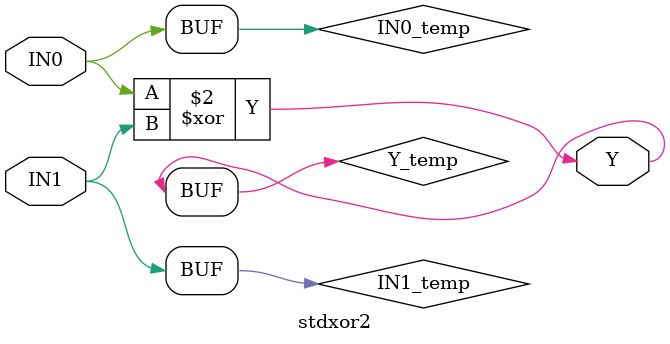
<source format=v>
module stdxor2(IN0,IN1,Y);
  parameter
        d_IN0_r = 0,
        d_IN0_f = 0,
        d_IN1_r = 0,
        d_IN1_f = 0,
        d_Y_r = 1,
        d_Y_f = 1;
  input  IN0;
  input  IN1;
  output  Y;
  wire  IN0_temp;
  wire  IN1_temp;
  reg  Y_temp;
  assign #(d_IN0_r,d_IN0_f) IN0_temp = IN0;
  assign #(d_IN1_r,d_IN1_f) IN1_temp = IN1;
  assign #(d_Y_r,d_Y_f) Y = Y_temp;
  always
    @(IN0_temp or IN1_temp)
      begin
      Y_temp = (IN0_temp ^ IN1_temp);
      end
endmodule

</source>
